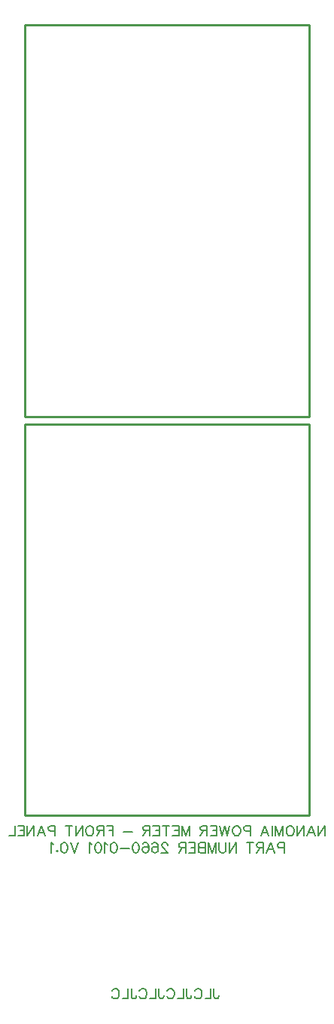
<source format=gbo>
G04 Layer: BottomSilkscreenLayer*
G04 EasyEDA v6.5.34, 2023-08-21 18:11:39*
G04 41bd66247c774cb09e50729edd233ae6,5a6b42c53f6a479593ecc07194224c93,10*
G04 Gerber Generator version 0.2*
G04 Scale: 100 percent, Rotated: No, Reflected: No *
G04 Dimensions in millimeters *
G04 leading zeros omitted , absolute positions ,4 integer and 5 decimal *
%FSLAX45Y45*%
%MOMM*%

%ADD10C,0.2032*%
%ADD11C,0.2540*%

%LPD*%
D10*
X2574290Y997457D02*
G01*
X2574290Y910081D01*
X2579877Y893826D01*
X2585211Y888237D01*
X2596134Y882904D01*
X2607056Y882904D01*
X2617977Y888237D01*
X2623565Y893826D01*
X2628900Y910081D01*
X2628900Y921004D01*
X2538475Y997457D02*
G01*
X2538475Y882904D01*
X2538475Y882904D02*
G01*
X2472943Y882904D01*
X2355088Y970026D02*
G01*
X2360422Y980947D01*
X2371343Y991870D01*
X2382265Y997457D01*
X2404109Y997457D01*
X2415031Y991870D01*
X2425954Y980947D01*
X2431541Y970026D01*
X2436875Y953770D01*
X2436875Y926592D01*
X2431541Y910081D01*
X2425954Y899160D01*
X2415031Y888237D01*
X2404109Y882904D01*
X2382265Y882904D01*
X2371343Y888237D01*
X2360422Y899160D01*
X2355088Y910081D01*
X2264663Y997457D02*
G01*
X2264663Y910081D01*
X2269997Y893826D01*
X2275331Y888237D01*
X2286254Y882904D01*
X2297175Y882904D01*
X2308097Y888237D01*
X2313686Y893826D01*
X2319020Y910081D01*
X2319020Y921004D01*
X2228595Y997457D02*
G01*
X2228595Y882904D01*
X2228595Y882904D02*
G01*
X2163063Y882904D01*
X2045208Y970026D02*
G01*
X2050795Y980947D01*
X2061718Y991870D01*
X2072640Y997457D01*
X2094229Y997457D01*
X2105152Y991870D01*
X2116074Y980947D01*
X2121661Y970026D01*
X2126995Y953770D01*
X2126995Y926592D01*
X2121661Y910081D01*
X2116074Y899160D01*
X2105152Y888237D01*
X2094229Y882904D01*
X2072640Y882904D01*
X2061718Y888237D01*
X2050795Y899160D01*
X2045208Y910081D01*
X1954784Y997457D02*
G01*
X1954784Y910081D01*
X1960118Y893826D01*
X1965706Y888237D01*
X1976627Y882904D01*
X1987550Y882904D01*
X1998472Y888237D01*
X2003806Y893826D01*
X2009140Y910081D01*
X2009140Y921004D01*
X1918715Y997457D02*
G01*
X1918715Y882904D01*
X1918715Y882904D02*
G01*
X1853184Y882904D01*
X1735327Y970026D02*
G01*
X1740915Y980947D01*
X1751838Y991870D01*
X1762759Y997457D01*
X1784604Y997457D01*
X1795525Y991870D01*
X1806447Y980947D01*
X1811781Y970026D01*
X1817370Y953770D01*
X1817370Y926592D01*
X1811781Y910081D01*
X1806447Y899160D01*
X1795525Y888237D01*
X1784604Y882904D01*
X1762759Y882904D01*
X1751838Y888237D01*
X1740915Y899160D01*
X1735327Y910081D01*
X1644904Y997457D02*
G01*
X1644904Y910081D01*
X1650238Y893826D01*
X1655825Y888237D01*
X1666747Y882904D01*
X1677670Y882904D01*
X1688591Y888237D01*
X1693925Y893826D01*
X1699513Y910081D01*
X1699513Y921004D01*
X1608836Y997457D02*
G01*
X1608836Y882904D01*
X1608836Y882904D02*
G01*
X1543558Y882904D01*
X1425702Y970026D02*
G01*
X1431036Y980947D01*
X1441958Y991870D01*
X1452879Y997457D01*
X1474724Y997457D01*
X1485645Y991870D01*
X1496568Y980947D01*
X1501902Y970026D01*
X1507490Y953770D01*
X1507490Y926592D01*
X1501902Y910081D01*
X1496568Y899160D01*
X1485645Y888237D01*
X1474724Y882904D01*
X1452879Y882904D01*
X1441958Y888237D01*
X1431036Y899160D01*
X1425702Y910081D01*
X3822700Y2826189D02*
G01*
X3822700Y2711645D01*
X3822700Y2826189D02*
G01*
X3746337Y2711645D01*
X3746337Y2826189D02*
G01*
X3746337Y2711645D01*
X3666700Y2826189D02*
G01*
X3710335Y2711645D01*
X3666700Y2826189D02*
G01*
X3623063Y2711645D01*
X3693972Y2749826D02*
G01*
X3639428Y2749826D01*
X3587064Y2826189D02*
G01*
X3587064Y2711645D01*
X3587064Y2826189D02*
G01*
X3510701Y2711645D01*
X3510701Y2826189D02*
G01*
X3510701Y2711645D01*
X3441974Y2826189D02*
G01*
X3452883Y2820736D01*
X3463790Y2809826D01*
X3469246Y2798917D01*
X3474699Y2782554D01*
X3474699Y2755282D01*
X3469246Y2738917D01*
X3463790Y2728008D01*
X3452883Y2717098D01*
X3441974Y2711645D01*
X3420155Y2711645D01*
X3409246Y2717098D01*
X3398337Y2728008D01*
X3392883Y2738917D01*
X3387427Y2755282D01*
X3387427Y2782554D01*
X3392883Y2798917D01*
X3398337Y2809826D01*
X3409246Y2820736D01*
X3420155Y2826189D01*
X3441974Y2826189D01*
X3351428Y2826189D02*
G01*
X3351428Y2711645D01*
X3351428Y2826189D02*
G01*
X3307791Y2711645D01*
X3264156Y2826189D02*
G01*
X3307791Y2711645D01*
X3264156Y2826189D02*
G01*
X3264156Y2711645D01*
X3228154Y2826189D02*
G01*
X3228154Y2711645D01*
X3148520Y2826189D02*
G01*
X3192155Y2711645D01*
X3148520Y2826189D02*
G01*
X3104883Y2711645D01*
X3175792Y2749826D02*
G01*
X3121245Y2749826D01*
X2984883Y2826189D02*
G01*
X2984883Y2711645D01*
X2984883Y2826189D02*
G01*
X2935792Y2826189D01*
X2919430Y2820736D01*
X2913974Y2815282D01*
X2908520Y2804373D01*
X2908520Y2788008D01*
X2913974Y2777098D01*
X2919430Y2771645D01*
X2935792Y2766189D01*
X2984883Y2766189D01*
X2839793Y2826189D02*
G01*
X2850702Y2820736D01*
X2861612Y2809826D01*
X2867065Y2798917D01*
X2872519Y2782554D01*
X2872519Y2755282D01*
X2867065Y2738917D01*
X2861612Y2728008D01*
X2850702Y2717098D01*
X2839793Y2711645D01*
X2817975Y2711645D01*
X2807065Y2717098D01*
X2796156Y2728008D01*
X2790703Y2738917D01*
X2785247Y2755282D01*
X2785247Y2782554D01*
X2790703Y2798917D01*
X2796156Y2809826D01*
X2807065Y2820736D01*
X2817975Y2826189D01*
X2839793Y2826189D01*
X2749247Y2826189D02*
G01*
X2721975Y2711645D01*
X2694701Y2826189D02*
G01*
X2721975Y2711645D01*
X2694701Y2826189D02*
G01*
X2667429Y2711645D01*
X2640157Y2826189D02*
G01*
X2667429Y2711645D01*
X2604157Y2826189D02*
G01*
X2604157Y2711645D01*
X2604157Y2826189D02*
G01*
X2533248Y2826189D01*
X2604157Y2771645D02*
G01*
X2560520Y2771645D01*
X2604157Y2711645D02*
G01*
X2533248Y2711645D01*
X2497249Y2826189D02*
G01*
X2497249Y2711645D01*
X2497249Y2826189D02*
G01*
X2448156Y2826189D01*
X2431793Y2820736D01*
X2426340Y2815282D01*
X2420884Y2804373D01*
X2420884Y2793464D01*
X2426340Y2782554D01*
X2431793Y2777098D01*
X2448156Y2771645D01*
X2497249Y2771645D01*
X2459065Y2771645D02*
G01*
X2420884Y2711645D01*
X2300884Y2826189D02*
G01*
X2300884Y2711645D01*
X2300884Y2826189D02*
G01*
X2257249Y2711645D01*
X2213612Y2826189D02*
G01*
X2257249Y2711645D01*
X2213612Y2826189D02*
G01*
X2213612Y2711645D01*
X2177613Y2826189D02*
G01*
X2177613Y2711645D01*
X2177613Y2826189D02*
G01*
X2106703Y2826189D01*
X2177613Y2771645D02*
G01*
X2133975Y2771645D01*
X2177613Y2711645D02*
G01*
X2106703Y2711645D01*
X2032520Y2826189D02*
G01*
X2032520Y2711645D01*
X2070704Y2826189D02*
G01*
X1994339Y2826189D01*
X1958340Y2826189D02*
G01*
X1958340Y2711645D01*
X1958340Y2826189D02*
G01*
X1887430Y2826189D01*
X1958340Y2771645D02*
G01*
X1914702Y2771645D01*
X1958340Y2711645D02*
G01*
X1887430Y2711645D01*
X1851431Y2826189D02*
G01*
X1851431Y2711645D01*
X1851431Y2826189D02*
G01*
X1802340Y2826189D01*
X1785975Y2820736D01*
X1780522Y2815282D01*
X1775068Y2804373D01*
X1775068Y2793464D01*
X1780522Y2782554D01*
X1785975Y2777098D01*
X1802340Y2771645D01*
X1851431Y2771645D01*
X1813250Y2771645D02*
G01*
X1775068Y2711645D01*
X1655069Y2760736D02*
G01*
X1556885Y2760736D01*
X1436885Y2826189D02*
G01*
X1436885Y2711645D01*
X1436885Y2826189D02*
G01*
X1365976Y2826189D01*
X1436885Y2771645D02*
G01*
X1393250Y2771645D01*
X1329977Y2826189D02*
G01*
X1329977Y2711645D01*
X1329977Y2826189D02*
G01*
X1280886Y2826189D01*
X1264523Y2820736D01*
X1259067Y2815282D01*
X1253614Y2804373D01*
X1253614Y2793464D01*
X1259067Y2782554D01*
X1264523Y2777098D01*
X1280886Y2771645D01*
X1329977Y2771645D01*
X1291795Y2771645D02*
G01*
X1253614Y2711645D01*
X1184887Y2826189D02*
G01*
X1195796Y2820736D01*
X1206705Y2809826D01*
X1212159Y2798917D01*
X1217615Y2782554D01*
X1217615Y2755282D01*
X1212159Y2738917D01*
X1206705Y2728008D01*
X1195796Y2717098D01*
X1184887Y2711645D01*
X1163068Y2711645D01*
X1152159Y2717098D01*
X1141249Y2728008D01*
X1135796Y2738917D01*
X1130340Y2755282D01*
X1130340Y2782554D01*
X1135796Y2798917D01*
X1141249Y2809826D01*
X1152159Y2820736D01*
X1163068Y2826189D01*
X1184887Y2826189D01*
X1094341Y2826189D02*
G01*
X1094341Y2711645D01*
X1094341Y2826189D02*
G01*
X1017978Y2711645D01*
X1017978Y2826189D02*
G01*
X1017978Y2711645D01*
X943795Y2826189D02*
G01*
X943795Y2711645D01*
X981979Y2826189D02*
G01*
X905614Y2826189D01*
X785614Y2826189D02*
G01*
X785614Y2711645D01*
X785614Y2826189D02*
G01*
X736523Y2826189D01*
X720161Y2820736D01*
X714705Y2815282D01*
X709251Y2804373D01*
X709251Y2788008D01*
X714705Y2777098D01*
X720161Y2771645D01*
X736523Y2766189D01*
X785614Y2766189D01*
X629615Y2826189D02*
G01*
X673252Y2711645D01*
X629615Y2826189D02*
G01*
X585978Y2711645D01*
X656887Y2749826D02*
G01*
X602343Y2749826D01*
X549978Y2826189D02*
G01*
X549978Y2711645D01*
X549978Y2826189D02*
G01*
X473616Y2711645D01*
X473616Y2826189D02*
G01*
X473616Y2711645D01*
X437616Y2826189D02*
G01*
X437616Y2711645D01*
X437616Y2826189D02*
G01*
X366707Y2826189D01*
X437616Y2771645D02*
G01*
X393979Y2771645D01*
X437616Y2711645D02*
G01*
X366707Y2711645D01*
X330707Y2826189D02*
G01*
X330707Y2711645D01*
X330707Y2711645D02*
G01*
X265252Y2711645D01*
X3365500Y2635689D02*
G01*
X3365500Y2521145D01*
X3365500Y2635689D02*
G01*
X3316409Y2635689D01*
X3300046Y2630236D01*
X3294590Y2624782D01*
X3289137Y2613873D01*
X3289137Y2597508D01*
X3294590Y2586598D01*
X3300046Y2581145D01*
X3316409Y2575689D01*
X3365500Y2575689D01*
X3209500Y2635689D02*
G01*
X3253135Y2521145D01*
X3209500Y2635689D02*
G01*
X3165863Y2521145D01*
X3236772Y2559326D02*
G01*
X3182228Y2559326D01*
X3129864Y2635689D02*
G01*
X3129864Y2521145D01*
X3129864Y2635689D02*
G01*
X3080773Y2635689D01*
X3064410Y2630236D01*
X3058955Y2624782D01*
X3053501Y2613873D01*
X3053501Y2602964D01*
X3058955Y2592054D01*
X3064410Y2586598D01*
X3080773Y2581145D01*
X3129864Y2581145D01*
X3091682Y2581145D02*
G01*
X3053501Y2521145D01*
X2979318Y2635689D02*
G01*
X2979318Y2521145D01*
X3017499Y2635689D02*
G01*
X2941137Y2635689D01*
X2821137Y2635689D02*
G01*
X2821137Y2521145D01*
X2821137Y2635689D02*
G01*
X2744774Y2521145D01*
X2744774Y2635689D02*
G01*
X2744774Y2521145D01*
X2708772Y2635689D02*
G01*
X2708772Y2553873D01*
X2703319Y2537508D01*
X2692410Y2526598D01*
X2676047Y2521145D01*
X2665138Y2521145D01*
X2648772Y2526598D01*
X2637866Y2537508D01*
X2632410Y2553873D01*
X2632410Y2635689D01*
X2596410Y2635689D02*
G01*
X2596410Y2521145D01*
X2596410Y2635689D02*
G01*
X2552773Y2521145D01*
X2509138Y2635689D02*
G01*
X2552773Y2521145D01*
X2509138Y2635689D02*
G01*
X2509138Y2521145D01*
X2473137Y2635689D02*
G01*
X2473137Y2521145D01*
X2473137Y2635689D02*
G01*
X2424046Y2635689D01*
X2407683Y2630236D01*
X2402230Y2624782D01*
X2396774Y2613873D01*
X2396774Y2602964D01*
X2402230Y2592054D01*
X2407683Y2586598D01*
X2424046Y2581145D01*
X2473137Y2581145D02*
G01*
X2424046Y2581145D01*
X2407683Y2575689D01*
X2402230Y2570236D01*
X2396774Y2559326D01*
X2396774Y2542964D01*
X2402230Y2532054D01*
X2407683Y2526598D01*
X2424046Y2521145D01*
X2473137Y2521145D01*
X2360775Y2635689D02*
G01*
X2360775Y2521145D01*
X2360775Y2635689D02*
G01*
X2289865Y2635689D01*
X2360775Y2581145D02*
G01*
X2317137Y2581145D01*
X2360775Y2521145D02*
G01*
X2289865Y2521145D01*
X2253866Y2635689D02*
G01*
X2253866Y2521145D01*
X2253866Y2635689D02*
G01*
X2204775Y2635689D01*
X2188410Y2630236D01*
X2182957Y2624782D01*
X2177501Y2613873D01*
X2177501Y2602964D01*
X2182957Y2592054D01*
X2188410Y2586598D01*
X2204775Y2581145D01*
X2253866Y2581145D01*
X2215685Y2581145D02*
G01*
X2177501Y2521145D01*
X2052048Y2608417D02*
G01*
X2052048Y2613873D01*
X2046592Y2624782D01*
X2041138Y2630236D01*
X2030229Y2635689D01*
X2008411Y2635689D01*
X1997501Y2630236D01*
X1992048Y2624782D01*
X1986592Y2613873D01*
X1986592Y2602964D01*
X1992048Y2592054D01*
X2002957Y2575689D01*
X2057501Y2521145D01*
X1981139Y2521145D01*
X1879683Y2619326D02*
G01*
X1885139Y2630236D01*
X1901502Y2635689D01*
X1912411Y2635689D01*
X1928774Y2630236D01*
X1939683Y2613873D01*
X1945139Y2586598D01*
X1945139Y2559326D01*
X1939683Y2537508D01*
X1928774Y2526598D01*
X1912411Y2521145D01*
X1906958Y2521145D01*
X1890593Y2526598D01*
X1879683Y2537508D01*
X1874230Y2553873D01*
X1874230Y2559326D01*
X1879683Y2575689D01*
X1890593Y2586598D01*
X1906958Y2592054D01*
X1912411Y2592054D01*
X1928774Y2586598D01*
X1939683Y2575689D01*
X1945139Y2559326D01*
X1772775Y2619326D02*
G01*
X1778231Y2630236D01*
X1794593Y2635689D01*
X1805503Y2635689D01*
X1821865Y2630236D01*
X1832775Y2613873D01*
X1838231Y2586598D01*
X1838231Y2559326D01*
X1832775Y2537508D01*
X1821865Y2526598D01*
X1805503Y2521145D01*
X1800049Y2521145D01*
X1783684Y2526598D01*
X1772775Y2537508D01*
X1767321Y2553873D01*
X1767321Y2559326D01*
X1772775Y2575689D01*
X1783684Y2586598D01*
X1800049Y2592054D01*
X1805503Y2592054D01*
X1821865Y2586598D01*
X1832775Y2575689D01*
X1838231Y2559326D01*
X1698594Y2635689D02*
G01*
X1714957Y2630236D01*
X1725866Y2613873D01*
X1731322Y2586598D01*
X1731322Y2570236D01*
X1725866Y2542964D01*
X1714957Y2526598D01*
X1698594Y2521145D01*
X1687685Y2521145D01*
X1671322Y2526598D01*
X1660413Y2542964D01*
X1654957Y2570236D01*
X1654957Y2586598D01*
X1660413Y2613873D01*
X1671322Y2630236D01*
X1687685Y2635689D01*
X1698594Y2635689D01*
X1618957Y2570236D02*
G01*
X1520776Y2570236D01*
X1452049Y2635689D02*
G01*
X1468412Y2630236D01*
X1479321Y2613873D01*
X1484777Y2586598D01*
X1484777Y2570236D01*
X1479321Y2542964D01*
X1468412Y2526598D01*
X1452049Y2521145D01*
X1441140Y2521145D01*
X1424777Y2526598D01*
X1413868Y2542964D01*
X1408412Y2570236D01*
X1408412Y2586598D01*
X1413868Y2613873D01*
X1424777Y2630236D01*
X1441140Y2635689D01*
X1452049Y2635689D01*
X1372412Y2613873D02*
G01*
X1361503Y2619326D01*
X1345140Y2635689D01*
X1345140Y2521145D01*
X1276413Y2635689D02*
G01*
X1292776Y2630236D01*
X1303685Y2613873D01*
X1309141Y2586598D01*
X1309141Y2570236D01*
X1303685Y2542964D01*
X1292776Y2526598D01*
X1276413Y2521145D01*
X1265504Y2521145D01*
X1249141Y2526598D01*
X1238232Y2542964D01*
X1232776Y2570236D01*
X1232776Y2586598D01*
X1238232Y2613873D01*
X1249141Y2630236D01*
X1265504Y2635689D01*
X1276413Y2635689D01*
X1196776Y2613873D02*
G01*
X1185867Y2619326D01*
X1169504Y2635689D01*
X1169504Y2521145D01*
X1049505Y2635689D02*
G01*
X1005867Y2521145D01*
X962233Y2635689D02*
G01*
X1005867Y2521145D01*
X893505Y2635689D02*
G01*
X909868Y2630236D01*
X920777Y2613873D01*
X926231Y2586598D01*
X926231Y2570236D01*
X920777Y2542964D01*
X909868Y2526598D01*
X893505Y2521145D01*
X882596Y2521145D01*
X866231Y2526598D01*
X855322Y2542964D01*
X849868Y2570236D01*
X849868Y2586598D01*
X855322Y2613873D01*
X866231Y2630236D01*
X882596Y2635689D01*
X893505Y2635689D01*
X808413Y2548417D02*
G01*
X813869Y2542964D01*
X808413Y2537508D01*
X802960Y2542964D01*
X808413Y2548417D01*
X766960Y2613873D02*
G01*
X756051Y2619326D01*
X739686Y2635689D01*
X739686Y2521145D01*
D11*
X446176Y7341666D02*
G01*
X3646170Y7341666D01*
X3646170Y2941675D01*
X446176Y2941675D01*
X446176Y7341666D01*
X448818Y11823293D02*
G01*
X3648811Y11823293D01*
X3648811Y7423302D01*
X448818Y7423302D01*
X448818Y11823293D01*
M02*

</source>
